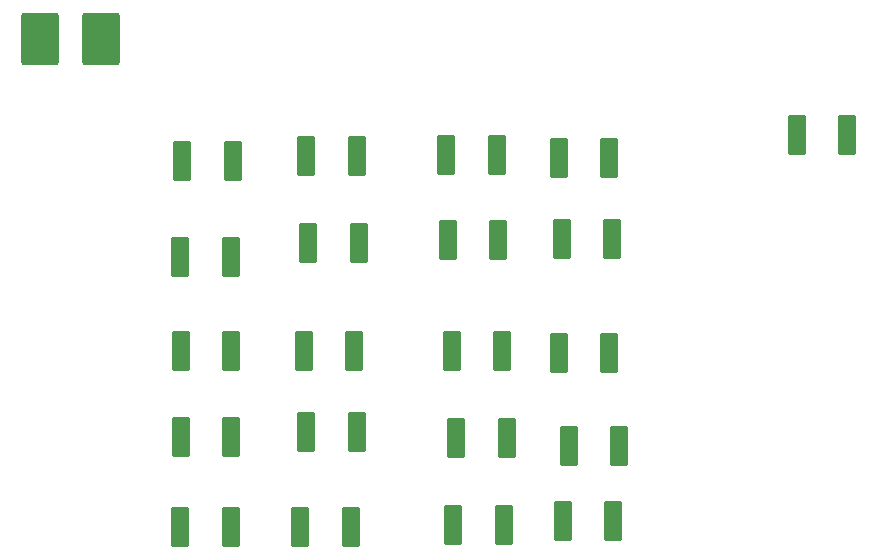
<source format=gbr>
%TF.GenerationSoftware,KiCad,Pcbnew,7.0.0*%
%TF.CreationDate,2023-03-08T02:35:56-06:00*%
%TF.ProjectId,finalproj_breakout,66696e61-6c70-4726-9f6a-5f627265616b,rev?*%
%TF.SameCoordinates,Original*%
%TF.FileFunction,Paste,Bot*%
%TF.FilePolarity,Positive*%
%FSLAX46Y46*%
G04 Gerber Fmt 4.6, Leading zero omitted, Abs format (unit mm)*
G04 Created by KiCad (PCBNEW 7.0.0) date 2023-03-08 02:35:56*
%MOMM*%
%LPD*%
G01*
G04 APERTURE LIST*
G04 Aperture macros list*
%AMRoundRect*
0 Rectangle with rounded corners*
0 $1 Rounding radius*
0 $2 $3 $4 $5 $6 $7 $8 $9 X,Y pos of 4 corners*
0 Add a 4 corners polygon primitive as box body*
4,1,4,$2,$3,$4,$5,$6,$7,$8,$9,$2,$3,0*
0 Add four circle primitives for the rounded corners*
1,1,$1+$1,$2,$3*
1,1,$1+$1,$4,$5*
1,1,$1+$1,$6,$7*
1,1,$1+$1,$8,$9*
0 Add four rect primitives between the rounded corners*
20,1,$1+$1,$2,$3,$4,$5,0*
20,1,$1+$1,$4,$5,$6,$7,0*
20,1,$1+$1,$6,$7,$8,$9,0*
20,1,$1+$1,$8,$9,$2,$3,0*%
G04 Aperture macros list end*
%ADD10RoundRect,0.250000X0.537500X1.450000X-0.537500X1.450000X-0.537500X-1.450000X0.537500X-1.450000X0*%
%ADD11RoundRect,0.250000X1.350000X1.975000X-1.350000X1.975000X-1.350000X-1.975000X1.350000X-1.975000X0*%
G04 APERTURE END LIST*
D10*
%TO.C,C21*%
X188573500Y-61976000D03*
X184298500Y-61976000D03*
%TD*%
%TO.C,C16*%
X201273500Y-85852000D03*
X196998500Y-85852000D03*
%TD*%
%TO.C,C19*%
X177927000Y-85725000D03*
X173652000Y-85725000D03*
%TD*%
%TO.C,C9*%
X200533000Y-69088000D03*
X196258000Y-69088000D03*
%TD*%
%TO.C,C4*%
X209931000Y-62103000D03*
X205656000Y-62103000D03*
%TD*%
D11*
%TO.C,R1*%
X166938000Y-52070000D03*
X161738000Y-52070000D03*
%TD*%
D10*
%TO.C,C11*%
X177905500Y-70485000D03*
X173630500Y-70485000D03*
%TD*%
%TO.C,C12*%
X210185000Y-68961000D03*
X205910000Y-68961000D03*
%TD*%
%TO.C,C14*%
X209931000Y-78613000D03*
X205656000Y-78613000D03*
%TD*%
%TO.C,C23*%
X230102500Y-60198000D03*
X225827500Y-60198000D03*
%TD*%
%TO.C,C20*%
X188573500Y-85344000D03*
X184298500Y-85344000D03*
%TD*%
%TO.C,C6*%
X188341000Y-78486000D03*
X184066000Y-78486000D03*
%TD*%
%TO.C,C18*%
X177905500Y-93345000D03*
X173630500Y-93345000D03*
%TD*%
%TO.C,C7*%
X177927000Y-78486000D03*
X173652000Y-78486000D03*
%TD*%
%TO.C,C5*%
X188722000Y-69342000D03*
X184447000Y-69342000D03*
%TD*%
%TO.C,C15*%
X188065500Y-93345000D03*
X183790500Y-93345000D03*
%TD*%
%TO.C,C8*%
X200892500Y-78486000D03*
X196617500Y-78486000D03*
%TD*%
%TO.C,C13*%
X210798500Y-86487000D03*
X206523500Y-86487000D03*
%TD*%
%TO.C,C3*%
X200406000Y-61849000D03*
X196131000Y-61849000D03*
%TD*%
%TO.C,C10*%
X210290500Y-92837000D03*
X206015500Y-92837000D03*
%TD*%
%TO.C,C17*%
X201019500Y-93218000D03*
X196744500Y-93218000D03*
%TD*%
%TO.C,C22*%
X178054000Y-62357000D03*
X173779000Y-62357000D03*
%TD*%
M02*

</source>
